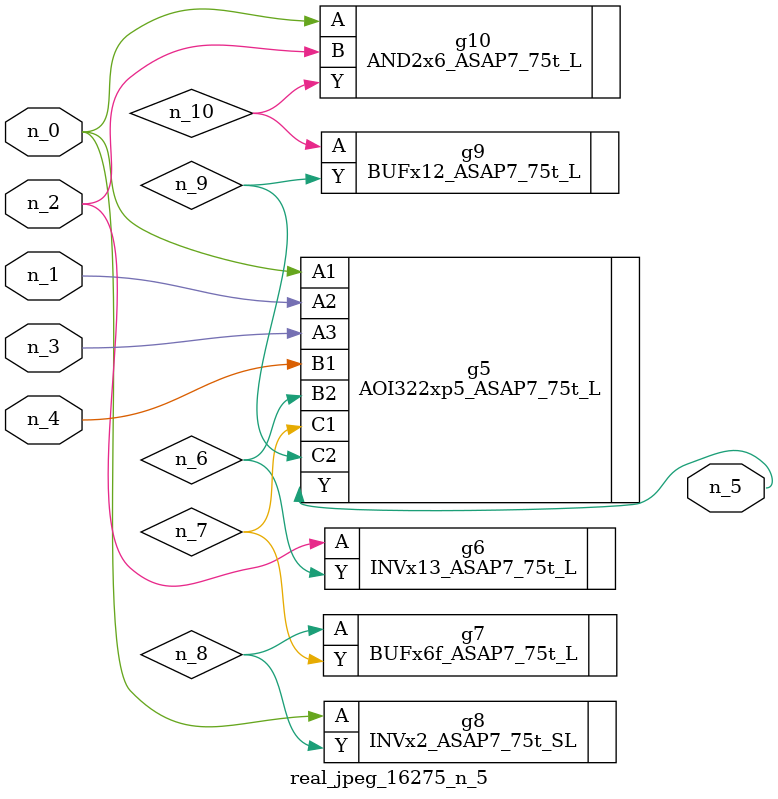
<source format=v>
module real_jpeg_16275_n_5 (n_4, n_0, n_1, n_2, n_3, n_5);

input n_4;
input n_0;
input n_1;
input n_2;
input n_3;

output n_5;

wire n_8;
wire n_6;
wire n_7;
wire n_10;
wire n_9;

AOI322xp5_ASAP7_75t_L g5 ( 
.A1(n_0),
.A2(n_1),
.A3(n_3),
.B1(n_4),
.B2(n_6),
.C1(n_7),
.C2(n_9),
.Y(n_5)
);

INVx2_ASAP7_75t_SL g8 ( 
.A(n_0),
.Y(n_8)
);

AND2x6_ASAP7_75t_L g10 ( 
.A(n_0),
.B(n_2),
.Y(n_10)
);

INVx13_ASAP7_75t_L g6 ( 
.A(n_2),
.Y(n_6)
);

BUFx6f_ASAP7_75t_L g7 ( 
.A(n_8),
.Y(n_7)
);

BUFx12_ASAP7_75t_L g9 ( 
.A(n_10),
.Y(n_9)
);


endmodule
</source>
